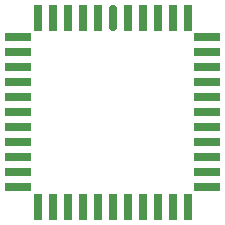
<source format=gbr>
G04 start of page 5 for group -4063 idx -4063 *
G04 Title: (unknown), componentmask *
G04 Creator: pcb 1.99z *
G04 CreationDate: Wed 21 Dec 2011 08:01:34 PM GMT UTC *
G04 For: dijkstra *
G04 Format: Gerber/RS-274X *
G04 PCB-Dimensions: 135000 80000 *
G04 PCB-Coordinate-Origin: lower left *
%MOIN*%
%FSLAX25Y25*%
%LNTOPMASK*%
%ADD21C,0.0260*%
%ADD20R,0.0260X0.0260*%
G54D20*X13000Y53500D02*X19000D01*
X13000Y48500D02*X19000D01*
X13000Y43500D02*X19000D01*
X13000Y38500D02*X19000D01*
X13000Y33500D02*X19000D01*
X32500Y73000D02*Y67000D01*
X27500Y73000D02*Y67000D01*
X22500Y73000D02*Y67000D01*
X13000Y63500D02*X19000D01*
G54D21*X47500Y73000D02*Y67000D01*
G54D20*X42500Y73000D02*Y67000D01*
X37500Y73000D02*Y67000D01*
X13000Y58500D02*X19000D01*
X57500Y73000D02*Y67000D01*
X52500Y73000D02*Y67000D01*
X13000Y28500D02*X19000D01*
X13000Y23500D02*X19000D01*
X13000Y18500D02*X19000D01*
X13000Y13500D02*X19000D01*
X22500Y10000D02*Y4000D01*
X27500Y10000D02*Y4000D01*
X32500Y10000D02*Y4000D01*
X37500Y10000D02*Y4000D01*
X42500Y10000D02*Y4000D01*
X47500Y10000D02*Y4000D01*
X52500Y10000D02*Y4000D01*
X57500Y10000D02*Y4000D01*
X62500Y10000D02*Y4000D01*
X67500Y10000D02*Y4000D01*
X72500Y10000D02*Y4000D01*
X76000Y13500D02*X82000D01*
X76000Y18500D02*X82000D01*
X76000Y23500D02*X82000D01*
X76000Y28500D02*X82000D01*
X76000Y33500D02*X82000D01*
X76000Y38500D02*X82000D01*
X76000Y43500D02*X82000D01*
X76000Y48500D02*X82000D01*
X76000Y53500D02*X82000D01*
X76000Y58500D02*X82000D01*
X76000Y63500D02*X82000D01*
X72500Y73000D02*Y67000D01*
X67500Y73000D02*Y67000D01*
X62500Y73000D02*Y67000D01*
M02*

</source>
